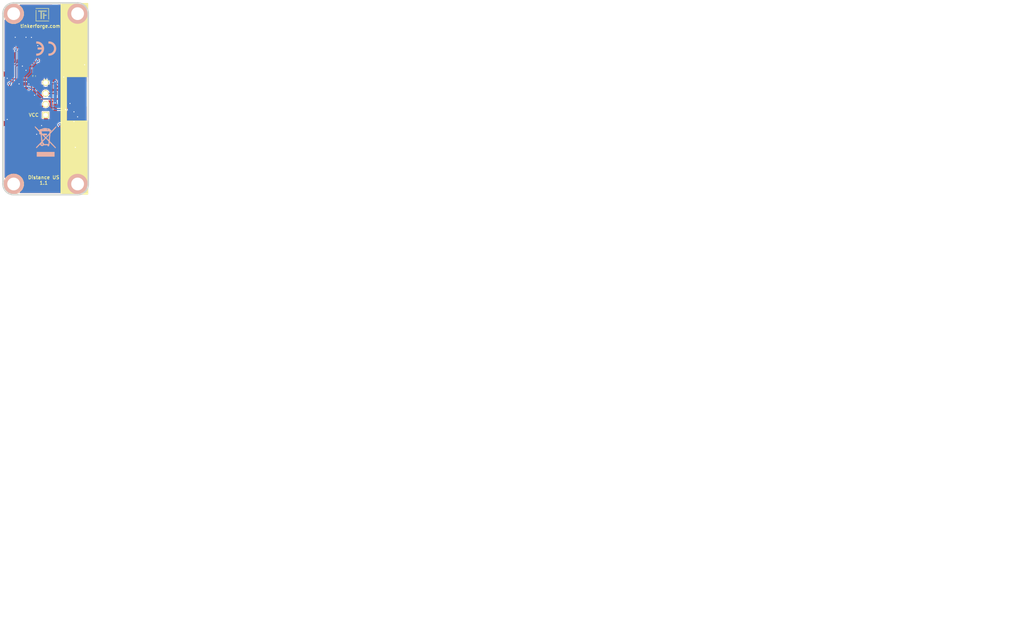
<source format=kicad_pcb>
(kicad_pcb (version 4) (host pcbnew 4.0.2+dfsg1-stable)
  (title_block (title "Distance US Bricklet") (date "Di 01 Sep 2015") (rev 1.1) (company "Tinkerforge GmbH") (comment 1 "Licensed under CERN OHL v.1.1") (comment 2 "Copyright (©) 2015, B.Nordmeyer <bastian@tinkerforge.com>"))
  (layers (0 Vorderseite mixed) (31 Rückseite signal) (34 B.Paste user) (35 F.Paste user) (36 B.SilkS user) (37 F.SilkS user) (38 B.Mask user) (39 F.Mask user) (44 Edge.Cuts user))
  (net 0 "")
  (net 1 +5V)
  (net 2 GND)
  (net 3 Trigger)
  (net 4 VAA)
  (net 5 VCC)
  (net 6 "Net-(C5-Pad2)")
  (net 7 "Net-(C6-Pad1)")
  (net 8 "Net-(D1-Pad1)")
  (net 9 "Net-(D1-Pad2)")
  (net 10 "Net-(P1-Pad4)")
  (net 11 "Net-(P1-Pad5)")
  (net 12 "Net-(P1-Pad6)")
  (net 13 "Net-(P1-Pad8)")
  (net 14 "Net-(P1-Pad9)")
  (net 15 "Net-(P2-Pad3)")
  (net 16 "Net-(R2-Pad1)")
  (net 17 "Net-(R4-Pad2)")
  (net 18 "Net-(P1-Pad10)")
  (net 19 "Net-(RP1-Pad2)")
  (net 20 "Net-(RP1-Pad7)")
  (net 21 "Net-(U1-Pad7)")
  (module kicad-libraries:C0603 (layer Vorderseite) (at 50.3 43 270)
    (fp_text reference C5)
    (fp_text value 100nF)
    (pad 1 smd rect (at -0.8001 0 270) (size 0.8001 0.8001) (layers Vorderseite F.Paste F.Mask) (net 2 GND))
    (pad 2 smd rect (at 0.8001 0 270) (size 0.8001 0.8001) (layers Vorderseite F.Paste F.Mask) (net 6 "Net-(C5-Pad2)"))
  )
  (module kicad-libraries:SOD-123 (layer Vorderseite) (at 61.425 46.975 270)
    (fp_text reference D1)
    (fp_text value BAS16H)
    (pad 1 smd rect (at -1.84912 0 270) (size 1.19888 0.70104) (layers Vorderseite F.Paste F.Mask) (net 8 "Net-(D1-Pad1)") (clearance 0.14986))
    (pad 2 smd rect (at 1.84912 0 270) (size 1.19888 0.70104) (layers Vorderseite F.Paste F.Mask) (net 9 "Net-(D1-Pad2)") (clearance 0.14986))
  )
  (module kicad-libraries:0603 (layer Vorderseite) (at 50.3 37 90)
    (fp_text reference L1 (at 0.05 0.225 90) (layer F.SilkS) (effects (font (size 0.2 0.2) (thickness 0.05))))
    (fp_text value FB (at 0.05 -0.375 90) (layer F.SilkS) (effects (font (size 0.2 0.2) (thickness 0.05))))
    (pad 1 smd rect (at -0.8001 0 90) (size 0.8001 0.8001) (layers Vorderseite F.Paste F.Mask) (net 1 +5V))
    (pad 2 smd rect (at 0.8001 0 90) (size 0.8001 0.8001) (layers Vorderseite F.Paste F.Mask) (net 4 VAA))
  )
  (module kicad-libraries:CON-SENSOR (layer Vorderseite) (at 43 42.3 270)
    (fp_text reference P1)
    (fp_text value CON-SENSOR)
    (pad 1 smd rect (at -4.50088 -4.7752 270) (size 0.59944 1.5494) (layers Vorderseite F.Paste F.Mask) (net 1 +5V))
    (pad 2 smd rect (at -3.50012 -4.7752 270) (size 0.59944 1.5494) (layers Vorderseite F.Paste F.Mask) (net 2 GND))
    (pad 3 smd rect (at -2.49936 -4.7752 270) (size 0.59944 1.5494) (layers Vorderseite F.Paste F.Mask) (net 5 VCC))
    (pad 4 smd rect (at -1.50114 -4.7752 270) (size 0.59944 1.5494) (layers Vorderseite F.Paste F.Mask) (net 10 "Net-(P1-Pad4)"))
    (pad 5 smd rect (at -0.50038 -4.7752 270) (size 0.59944 1.5494) (layers Vorderseite F.Paste F.Mask) (net 11 "Net-(P1-Pad5)"))
    (pad 6 smd rect (at 0.50038 -4.7752 270) (size 0.59944 1.5494) (layers Vorderseite F.Paste F.Mask) (net 12 "Net-(P1-Pad6)"))
    (pad 7 smd rect (at 1.50114 -4.7752 270) (size 0.59944 1.5494) (layers Vorderseite F.Paste F.Mask) (net 6 "Net-(C5-Pad2)"))
    (pad 8 smd rect (at 2.49936 -4.7752 270) (size 0.59944 1.5494) (layers Vorderseite F.Paste F.Mask) (net 13 "Net-(P1-Pad8)"))
    (pad 9 smd rect (at 3.50012 -4.7752 270) (size 0.59944 1.5494) (layers Vorderseite F.Paste F.Mask) (net 14 "Net-(P1-Pad9)"))
    (pad 10 smd rect (at 4.50088 -4.7752 270) (size 0.59944 1.5494) (layers Vorderseite F.Paste F.Mask) (net 18 "Net-(P1-Pad10)"))
    (pad EP smd rect (at -5.79882 -0.89916 270) (size 1.19888 1.80086) (layers Vorderseite F.Paste F.Mask) (net 2 GND))
    (pad EP smd rect (at 5.79882 -0.89916 270) (size 1.19888 1.80086) (layers Vorderseite F.Paste F.Mask) (net 2 GND))
  )
  (module kicad-libraries:SOT23GDS (layer Vorderseite) (at 49.1 49.6 180)
    (fp_text reference Q1)
    (fp_text value 2N7002P)
    (pad S smd rect (at -0.889 -1.016 180) (size 0.9144 0.9144) (layers Vorderseite F.Paste F.Mask) (net 2 GND))
    (pad G smd rect (at 0.889 -1.016 180) (size 0.9144 0.9144) (layers Vorderseite F.Paste F.Mask) (net 14 "Net-(P1-Pad9)"))
    (pad D smd rect (at 0 1.016 180) (size 0.9144 0.9144) (layers Vorderseite F.Paste F.Mask) (net 3 Trigger))
  )
  (module kicad-libraries:SOT23GDS (layer Vorderseite) (at 58.175 52.675 180)
    (fp_text reference Q2)
    (fp_text value 2N7002P)
    (pad S smd rect (at -0.889 -1.016 180) (size 0.9144 0.9144) (layers Vorderseite F.Paste F.Mask) (net 2 GND))
    (pad G smd rect (at 0.889 -1.016 180) (size 0.9144 0.9144) (layers Vorderseite F.Paste F.Mask) (net 13 "Net-(P1-Pad8)"))
    (pad D smd rect (at 0 1.016 180) (size 0.9144 0.9144) (layers Vorderseite F.Paste F.Mask) (net 7 "Net-(C6-Pad1)"))
  )
  (module kicad-libraries:0603X4 (layer Vorderseite) (at 53.475 51.9 180)
    (fp_text reference RP1)
    (fp_text value 10k)
    (pad 1 smd rect (at 1.19888 -0.8509 180) (size 0.44958 0.89916) (layers Vorderseite F.Paste F.Mask) (net 3 Trigger))
    (pad 2 smd rect (at 0.39878 -0.8509 180) (size 0.44958 0.89916) (layers Vorderseite F.Paste F.Mask) (net 19 "Net-(RP1-Pad2)"))
    (pad 3 smd rect (at -0.39878 -0.8509 180) (size 0.44958 0.89916) (layers Vorderseite F.Paste F.Mask) (net 14 "Net-(P1-Pad9)"))
    (pad 4 smd rect (at -1.19888 -0.8509 180) (size 0.44958 0.89916) (layers Vorderseite F.Paste F.Mask) (net 13 "Net-(P1-Pad8)"))
    (pad 5 smd rect (at -1.19888 0.8509 180) (size 0.44958 0.89916) (layers Vorderseite F.Paste F.Mask) (net 5 VCC))
    (pad 6 smd rect (at -0.39878 0.8509 180) (size 0.44958 0.89916) (layers Vorderseite F.Paste F.Mask) (net 5 VCC))
    (pad 7 smd rect (at 0.39878 0.8509 180) (size 0.44958 0.89916) (layers Vorderseite F.Paste F.Mask) (net 20 "Net-(RP1-Pad7)"))
    (pad 8 smd rect (at 1.19888 0.8509 180) (size 0.44958 0.89916) (layers Vorderseite F.Paste F.Mask) (net 4 VAA))
  )
  (module kicad-libraries:SOIC8 (layer Vorderseite) (at 47.675 29.425 180)
    (fp_text reference U1)
    (fp_text value M24C64)
    (pad 1 smd rect (at -1.90246 2.69748) (size 0.59944 1.5494) (layers Vorderseite F.Paste F.Mask) (net 2 GND))
    (pad 2 smd rect (at -0.63246 2.69748) (size 0.59944 1.5494) (layers Vorderseite F.Paste F.Mask) (net 2 GND))
    (pad 3 smd rect (at 0.63246 2.69748) (size 0.59944 1.5494) (layers Vorderseite F.Paste F.Mask) (net 12 "Net-(P1-Pad6)"))
    (pad 4 smd rect (at 1.90246 2.69748) (size 0.59944 1.5494) (layers Vorderseite F.Paste F.Mask) (net 2 GND))
    (pad 5 smd rect (at 1.90246 -2.69748 180) (size 0.59944 1.5494) (layers Vorderseite F.Paste F.Mask) (net 11 "Net-(P1-Pad5)"))
    (pad 6 smd rect (at 0.63246 -2.69748 180) (size 0.59944 1.5494) (layers Vorderseite F.Paste F.Mask) (net 10 "Net-(P1-Pad4)"))
    (pad 7 smd rect (at -0.63246 -2.69748 180) (size 0.59944 1.5494) (layers Vorderseite F.Paste F.Mask) (net 21 "Net-(U1-Pad7)"))
    (pad 8 smd rect (at -1.90246 -2.69748 180) (size 0.59944 1.5494) (layers Vorderseite F.Paste F.Mask) (net 5 VCC))
  )
  (module kicad-libraries:SOIC8 (layer Vorderseite) (at 59.05 38.825 180)
    (fp_text reference U2)
    (fp_text value LMV358LI)
    (pad 1 smd rect (at -1.90246 2.69748) (size 0.59944 1.5494) (layers Vorderseite F.Paste F.Mask) (net 8 "Net-(D1-Pad1)"))
    (pad 2 smd rect (at -0.63246 2.69748) (size 0.59944 1.5494) (layers Vorderseite F.Paste F.Mask) (net 16 "Net-(R2-Pad1)"))
    (pad 3 smd rect (at 0.63246 2.69748) (size 0.59944 1.5494) (layers Vorderseite F.Paste F.Mask) (net 17 "Net-(R4-Pad2)"))
    (pad 4 smd rect (at 1.90246 2.69748) (size 0.59944 1.5494) (layers Vorderseite F.Paste F.Mask) (net 2 GND))
    (pad 5 smd rect (at 1.90246 -2.69748 180) (size 0.59944 1.5494) (layers Vorderseite F.Paste F.Mask) (net 7 "Net-(C6-Pad1)"))
    (pad 6 smd rect (at 0.63246 -2.69748 180) (size 0.59944 1.5494) (layers Vorderseite F.Paste F.Mask) (net 6 "Net-(C5-Pad2)"))
    (pad 7 smd rect (at -0.63246 -2.69748 180) (size 0.59944 1.5494) (layers Vorderseite F.Paste F.Mask) (net 6 "Net-(C5-Pad2)"))
    (pad 8 smd rect (at -1.90246 -2.69748 180) (size 0.59944 1.5494) (layers Vorderseite F.Paste F.Mask) (net 5 VCC))
  )
  (module kicad-libraries:DRILL_NP (layer Vorderseite) (at 60.4 22.3)
    (fp_text reference U3 hide)
    (fp_text value DRILL hide)
    (pad "" np_thru_hole circle (at 0 0) (size 2.99974 2.99974) (drill 2.99974) (layers *.Cu *.Mask F.SilkS) (clearance 0.89916))
  )
  (module kicad-libraries:DRILL_NP (layer Vorderseite) (at 45.4 62.3)
    (fp_text reference U4 hide)
    (fp_text value DRILL hide)
    (pad "" np_thru_hole circle (at 0 0) (size 2.99974 2.99974) (drill 2.99974) (layers *.Cu *.Mask F.SilkS) (clearance 0.89916))
  )
  (module kicad-libraries:DRILL_NP (layer Vorderseite) (at 60.4 62.3)
    (fp_text reference U5 hide)
    (fp_text value DRILL hide)
    (pad "" np_thru_hole circle (at 0 0) (size 2.99974 2.99974) (drill 2.99974) (layers *.Cu *.Mask F.SilkS) (clearance 0.89916))
  )
  (module kicad-libraries:DRILL_NP (layer Vorderseite) (at 45.4 22.3)
    (fp_text reference U6 hide)
    (fp_text value DRILL hide)
    (pad "" np_thru_hole circle (at 0 0) (size 2.99974 2.99974) (drill 2.99974) (layers *.Cu *.Mask F.SilkS) (clearance 0.89916))
  )
  (module kicad-libraries:Logo_31x31 (layer Vorderseite) (at 50.55 20.975)
    (fp_text reference G*** hide)
    (fp_text value Logo_31x31 hide)
  )
  (module kicad-libraries:Fiducial_Mark (layer Vorderseite) (at 45.4 57.3)
    (fp_text reference Fiducial_Mark hide)
    (fp_text value VAL** hide)
    (pad 1 smd circle (at 0 0) (size 1.00076 1.00076) (layers Vorderseite F.Paste F.Mask) (clearance 0.65024))
  )
  (module kicad-libraries:Fiducial_Mark (layer Vorderseite) (at 55.1 21.3)
    (fp_text reference Fiducial_Mark hide)
    (fp_text value VAL** hide)
    (pad 1 smd circle (at 0 0) (size 1.00076 1.00076) (layers Vorderseite F.Paste F.Mask) (clearance 0.65024))
  )
  (module kicad-libraries:CE_5mm (layer Rückseite) (at 53 30.5 180)
    (fp_text reference VAL hide)
    (fp_text value CE_5mm hide)
  )
  (module kicad-libraries:WEEE_7mm (layer Rückseite) (at 52.9 52.3 180)
    (fp_text reference VAL hide)
    (fp_text value WEEE_7mm_back hide)
  )
  (module kicad-libraries:C0603 (layer Vorderseite) (at 50.3 39.9 90)
    (fp_text reference C1)
    (fp_text value 100nF)
    (pad 1 smd rect (at -0.8001 0 90) (size 0.8001 0.8001) (layers Vorderseite F.Paste F.Mask) (net 2 GND))
    (pad 2 smd rect (at 0.8001 0 90) (size 0.8001 0.8001) (layers Vorderseite F.Paste F.Mask) (net 1 +5V))
  )
  (module kicad-libraries:C0805 (layer Vorderseite) (at 49.3 34.625 180)
    (fp_text reference C2)
    (fp_text value "2.2uF 10V")
    (pad 1 smd rect (at -1.00076 0 180) (size 1.00076 1.24968) (layers Vorderseite F.Paste F.Mask) (net 4 VAA) (clearance 0.14986))
    (pad 2 smd rect (at 1.00076 0 180) (size 1.00076 1.24968) (layers Vorderseite F.Paste F.Mask) (net 2 GND) (clearance 0.14986))
  )
  (module kicad-libraries:C0603 (layer Vorderseite) (at 51.05 31.35 90)
    (fp_text reference C3)
    (fp_text value 100nF)
    (pad 1 smd rect (at -0.8001 0 90) (size 0.8001 0.8001) (layers Vorderseite F.Paste F.Mask) (net 5 VCC))
    (pad 2 smd rect (at 0.8001 0 90) (size 0.8001 0.8001) (layers Vorderseite F.Paste F.Mask) (net 2 GND))
  )
  (module kicad-libraries:C0603 (layer Vorderseite) (at 53.5 48.575)
    (fp_text reference C7)
    (fp_text value 100nF)
    (pad 1 smd rect (at -0.8001 0) (size 0.8001 0.8001) (layers Vorderseite F.Paste F.Mask) (net 2 GND))
    (pad 2 smd rect (at 0.8001 0) (size 0.8001 0.8001) (layers Vorderseite F.Paste F.Mask) (net 4 VAA))
  )
  (module kicad-libraries:R0603 (layer Vorderseite) (at 58.775 48.825)
    (fp_text reference R1)
    (fp_text value 160k)
    (pad 1 smd rect (at -0.8001 0) (size 0.8001 0.8001) (layers Vorderseite F.Paste F.Mask) (net 7 "Net-(C6-Pad1)"))
    (pad 2 smd rect (at 0.8001 0) (size 0.8001 0.8001) (layers Vorderseite F.Paste F.Mask) (net 9 "Net-(D1-Pad2)"))
  )
  (module kicad-libraries:R0603 (layer Vorderseite) (at 57.55 34.3 180)
    (fp_text reference R2)
    (fp_text value 10k)
    (pad 1 smd rect (at -0.8001 0 180) (size 0.8001 0.8001) (layers Vorderseite F.Paste F.Mask) (net 16 "Net-(R2-Pad1)"))
    (pad 2 smd rect (at 0.8001 0 180) (size 0.8001 0.8001) (layers Vorderseite F.Paste F.Mask) (net 4 VAA))
  )
  (module kicad-libraries:R0603 (layer Vorderseite) (at 60.525 34.3 180)
    (fp_text reference R3)
    (fp_text value 10k)
    (pad 1 smd rect (at -0.8001 0 180) (size 0.8001 0.8001) (layers Vorderseite F.Paste F.Mask) (net 2 GND))
    (pad 2 smd rect (at 0.8001 0 180) (size 0.8001 0.8001) (layers Vorderseite F.Paste F.Mask) (net 16 "Net-(R2-Pad1)"))
  )
  (module kicad-libraries:R0603 (layer Vorderseite) (at 55.225 40.225 90)
    (fp_text reference R4)
    (fp_text value 10k)
    (pad 1 smd rect (at -0.8001 0 90) (size 0.8001 0.8001) (layers Vorderseite F.Paste F.Mask) (net 15 "Net-(P2-Pad3)"))
    (pad 2 smd rect (at 0.8001 0 90) (size 0.8001 0.8001) (layers Vorderseite F.Paste F.Mask) (net 17 "Net-(R4-Pad2)"))
  )
  (module kicad-libraries:C0603 (layer Vorderseite) (at 60.125 43.4)
    (fp_text reference C4)
    (fp_text value 100nF)
    (pad 1 smd rect (at -0.8001 0) (size 0.8001 0.8001) (layers Vorderseite F.Paste F.Mask) (net 2 GND))
    (pad 2 smd rect (at 0.8001 0) (size 0.8001 0.8001) (layers Vorderseite F.Paste F.Mask) (net 5 VCC))
  )
  (module kicad-libraries:C1206 (layer Vorderseite) (at 58.05 46.5)
    (fp_text reference C6)
    (fp_text value "0,1µF NP0")
    (pad 1 smd rect (at -1.50114 0) (size 1.00076 1.6002) (layers Vorderseite F.Paste F.Mask) (net 7 "Net-(C6-Pad1)"))
    (pad 2 smd rect (at 1.50114 0) (size 1.00076 1.6002) (layers Vorderseite F.Paste F.Mask) (net 2 GND))
  )
  (module kicad-libraries:pin_array_4x1 (layer Vorderseite) (at 52.9 42.3 90)
    (fp_text reference P2)
    (fp_text value CONN_4 hide)
    (pad 1 thru_hole rect (at -3.81 0 90) (size 1.524 1.524) (drill 1.016) (layers *.Cu *.Mask F.SilkS) (net 4 VAA))
    (pad 2 thru_hole circle (at -1.27 0 90) (size 1.524 1.524) (drill 1.016) (layers *.Cu *.Mask F.SilkS) (net 3 Trigger))
    (pad 3 thru_hole circle (at 1.27 0 90) (size 1.524 1.524) (drill 1.016) (layers *.Cu *.Mask F.SilkS) (net 15 "Net-(P2-Pad3)"))
    (pad 4 thru_hole circle (at 3.81 0 90) (size 1.524 1.524) (drill 1.016) (layers *.Cu *.Mask F.SilkS) (net 2 GND))
  )
  (module kicad-libraries:distanceUS_overlay (layer Vorderseite) (at 52.9 42.3 90)
    (fp_text reference P2)
    (fp_text value CONN_4 hide)
  )
  (gr_line (start 62.9 22.3) (end 62.9 62.3) (angle 90) (layer Edge.Cuts) (width 0.381))
  (gr_line (start 60.4 19.8) (end 45.4 19.8) (angle 90) (layer Edge.Cuts) (width 0.381))
  (gr_arc (start 60.4 22.3) (end 60.4 19.8) (angle 90) (layer Edge.Cuts) (width 0.381))
  (gr_text VCC (at 50.1 46.1) (layer F.SilkS) (effects (font (size 0.8 0.8))))
  (gr_line (start 42.9 62.3) (end 42.9 22.3) (angle 90) (layer Edge.Cuts) (width 0.381))
  (gr_line (start 60.4 64.8) (end 45.4 64.8) (angle 90) (layer Edge.Cuts) (width 0.381))
  (gr_arc (start 60.4 62.3) (end 62.9 62.3) (angle 90) (layer Edge.Cuts) (width 0.381))
  (gr_arc (start 45.4 22.3) (end 42.9 22.3) (angle 90) (layer Edge.Cuts) (width 0.381))
  (gr_arc (start 45.4 62.3) (end 45.4 64.8) (angle 90) (layer Edge.Cuts) (width 0.381))
  (gr_text "Distance US\n1.1" (at 52.45 61.4) (layer F.SilkS) (effects (font (size 0.8 0.8))))
  (gr_text tinkerforge.com (at 51.65 25.225) (layer F.SilkS) (effects (font (size 0.8 0.8))))
  (segment (start 50.29902 37.79912) (end 50.3 37.8001) (width 0.8001) (layer Vorderseite) (net 1))
  (segment (start 47.7752 37.79912) (end 50.29902 37.79912) (width 0.59944) (layer Vorderseite) (net 1))
  (segment (start 50.3 39.0999) (end 50.3 37.8001) (width 0.8001) (layer Vorderseite) (net 1))
  (segment (start 46.675 38.8) (end 46.675 37.225) (width 0.29972) (layer Rückseite) (net 2))
  (segment (start 48.29924 35.59924) (end 48.3 35.6) (width 0.8001) (layer Vorderseite) (net 2))
  (via (at 48.3 35.6) (size 0.70104) (layers Vorderseite Rückseite) (net 2))
  (segment (start 48.29924 35.59924) (end 48.29924 34.625) (width 0.8001) (layer Vorderseite) (net 2))
  (segment (start 46.675 37.225) (end 48.3 35.6) (width 0.29972) (layer Rückseite) (net 2))
  (segment (start 48.29924 34.625) (end 47.45 34.625) (width 0.8001) (layer Vorderseite) (net 2))
  (via (at 47.45 34.625) (size 0.70104) (layers Vorderseite Rückseite) (net 2))
  (segment (start 60.375 46.5) (end 60.4 46.525) (width 0.8001) (layer Vorderseite) (net 2))
  (via (at 60.4 46.525) (size 0.70104) (layers Vorderseite Rückseite) (net 2))
  (segment (start 59.55114 46.5) (end 60.375 46.5) (width 0.8001) (layer Vorderseite) (net 2))
  (segment (start 50.3 41.45) (end 50.3 40.7001) (width 0.8001) (layer Vorderseite) (net 2))
  (segment (start 50.3 42.1999) (end 50.3 41.45) (width 0.8001) (layer Vorderseite) (net 2))
  (segment (start 48.94988 38.79988) (end 48.95 38.8) (width 0.8001) (layer Vorderseite) (net 2))
  (via (at 48.95 38.8) (size 0.70104) (layers Vorderseite Rückseite) (net 2))
  (segment (start 47.7752 38.79988) (end 48.94988 38.79988) (width 0.8001) (layer Vorderseite) (net 2))
  (segment (start 59.55 53.375) (end 59.875 53.7) (width 0.29972) (layer Rückseite) (net 2))
  (segment (start 59.866 53.691) (end 59.064 53.691) (width 0.8001) (layer Vorderseite) (net 2))
  (via (at 59.875 53.7) (size 0.70104) (layers Vorderseite Rückseite) (net 2))
  (segment (start 59.866 53.691) (end 59.875 53.7) (width 0.8001) (layer Vorderseite) (net 2))
  (segment (start 59.55114 46.5) (end 59.55114 47.64886) (width 0.8001) (layer Vorderseite) (net 2))
  (via (at 59.55 47.65) (size 0.70104) (layers Vorderseite Rückseite) (net 2))
  (segment (start 59.55114 47.64886) (end 59.55 47.65) (width 0.8001) (layer Vorderseite) (net 2))
  (segment (start 59.55 47.65) (end 59.55 53.375) (width 0.29972) (layer Rückseite) (net 2))
  (segment (start 53.875 53.7) (end 50.8 50.625) (width 0.29972) (layer Rückseite) (net 2))
  (segment (start 50.791 50.616) (end 49.989 50.616) (width 0.8001) (layer Vorderseite) (net 2))
  (via (at 50.8 50.625) (size 0.70104) (layers Vorderseite Rückseite) (net 2))
  (segment (start 50.791 50.616) (end 50.8 50.625) (width 0.8001) (layer Vorderseite) (net 2))
  (segment (start 59.875 53.7) (end 53.875 53.7) (width 0.29972) (layer Rückseite) (net 2))
  (segment (start 50.8 49.725) (end 51.95 48.575) (width 0.29972) (layer Rückseite) (net 2))
  (segment (start 51.95 48.575) (end 52.6999 48.575) (width 0.8001) (layer Vorderseite) (net 2))
  (via (at 51.95 48.575) (size 0.70104) (layers Vorderseite Rückseite) (net 2))
  (segment (start 50.8 50.625) (end 50.8 49.725) (width 0.29972) (layer Rückseite) (net 2))
  (segment (start 45.325 48.575) (end 43.9 47.15) (width 0.29972) (layer Rückseite) (net 2))
  (via (at 43.9 47.15) (size 0.70104) (layers Vorderseite Rückseite) (net 2))
  (segment (start 43.9 47.15) (end 43.89916 47.15084) (width 0.29972) (layer Vorderseite) (net 2))
  (segment (start 43.89916 47.15084) (end 43.89916 48.09882) (width 0.29972) (layer Vorderseite) (net 2))
  (segment (start 51.95 48.575) (end 45.325 48.575) (width 0.29972) (layer Rückseite) (net 2))
  (segment (start 43.89916 37.47416) (end 43.89916 36.50118) (width 0.29972) (layer Vorderseite) (net 2))
  (segment (start 43.9 37.475) (end 43.89916 37.47416) (width 0.29972) (layer Vorderseite) (net 2))
  (via (at 43.9 37.475) (size 0.70104) (layers Vorderseite Rückseite) (net 2))
  (segment (start 43.725 37.65) (end 43.9 37.475) (width 0.29972) (layer Rückseite) (net 2))
  (segment (start 43.725 39.525) (end 43.725 37.65) (width 0.29972) (layer Rückseite) (net 2))
  (segment (start 43.9 39.7) (end 43.725 39.525) (width 0.29972) (layer Rückseite) (net 2))
  (segment (start 43.9 39.725) (end 43.9 39.7) (width 0.29972) (layer Rückseite) (net 2))
  (segment (start 43.9 47.15) (end 43.9 39.725) (width 0.29972) (layer Rückseite) (net 2))
  (via (at 46.675 38.8) (size 0.70104) (layers Vorderseite Rückseite) (net 2))
  (segment (start 47.7752 38.79988) (end 46.67512 38.79988) (width 0.8001) (layer Vorderseite) (net 2))
  (segment (start 46.67512 38.79988) (end 46.675 38.8) (width 0.8001) (layer Vorderseite) (net 2))
  (segment (start 45.05 39.725) (end 43.9 39.725) (width 0.29972) (layer Rückseite) (net 2))
  (segment (start 45.975 38.8) (end 45.05 39.725) (width 0.29972) (layer Rückseite) (net 2))
  (segment (start 46.675 38.8) (end 45.975 38.8) (width 0.29972) (layer Rückseite) (net 2))
  (segment (start 43.9 35.825) (end 44.775 34.95) (width 0.29972) (layer Rückseite) (net 2))
  (segment (start 44.775 34.95) (end 44.775 28.85) (width 0.29972) (layer Rückseite) (net 2))
  (segment (start 44.775 28.85) (end 45.775 27.85) (width 0.29972) (layer Rückseite) (net 2))
  (segment (start 45.77254 27.84754) (end 45.77254 26.72752) (width 0.29972) (layer Vorderseite) (net 2))
  (via (at 45.775 27.85) (size 0.70104) (layers Vorderseite Rückseite) (net 2))
  (segment (start 45.77254 27.84754) (end 45.775 27.85) (width 0.29972) (layer Vorderseite) (net 2))
  (segment (start 43.9 37.475) (end 43.9 35.825) (width 0.29972) (layer Rückseite) (net 2))
  (segment (start 48.30746 27.84254) (end 48.30746 26.72752) (width 0.29972) (layer Vorderseite) (net 2))
  (via (at 48.3 27.85) (size 0.70104) (layers Vorderseite Rückseite) (net 2))
  (segment (start 48.30746 27.84254) (end 48.3 27.85) (width 0.29972) (layer Vorderseite) (net 2))
  (segment (start 45.775 27.85) (end 48.3 27.85) (width 0.29972) (layer Rückseite) (net 2))
  (segment (start 49.55 27.85) (end 49.575 27.875) (width 0.29972) (layer Rückseite) (net 2))
  (segment (start 49.57746 27.87254) (end 49.57746 26.72752) (width 0.29972) (layer Vorderseite) (net 2))
  (via (at 49.575 27.875) (size 0.70104) (layers Vorderseite Rückseite) (net 2))
  (segment (start 49.57746 27.87254) (end 49.575 27.875) (width 0.29972) (layer Vorderseite) (net 2))
  (segment (start 48.3 27.85) (end 49.55 27.85) (width 0.29972) (layer Rückseite) (net 2))
  (segment (start 49.575 28.325) (end 51.05 29.8) (width 0.29972) (layer Rückseite) (net 2))
  (segment (start 51.05 29.8) (end 51.05 30.5499) (width 0.29972) (layer Vorderseite) (net 2))
  (via (at 51.05 29.8) (size 0.70104) (layers Vorderseite Rückseite) (net 2))
  (segment (start 49.575 27.875) (end 49.575 28.325) (width 0.29972) (layer Rückseite) (net 2))
  (segment (start 53 29.8) (end 57.5 34.3) (width 0.29972) (layer Rückseite) (net 2))
  (segment (start 57.525 34.3) (end 62.05 34.3) (width 0.29972) (layer Rückseite) (net 2))
  (segment (start 57.5 34.3) (end 57.525 34.3) (width 0.29972) (layer Rückseite) (net 2))
  (segment (start 62.05 34.3) (end 61.3251 34.3) (width 0.59944) (layer Vorderseite) (net 2))
  (via (at 62.05 34.3) (size 0.70104) (layers Vorderseite Rückseite) (net 2))
  (segment (start 51.05 29.8) (end 53 29.8) (width 0.29972) (layer Rückseite) (net 2))
  (segment (start 57.15 34.675) (end 57.525 34.3) (width 0.29972) (layer Rückseite) (net 2))
  (segment (start 57.14754 36.12752) (end 57.14754 37.19754) (width 0.59944) (layer Vorderseite) (net 2))
  (via (at 57.15 37.2) (size 0.70104) (layers Vorderseite Rückseite) (net 2))
  (segment (start 57.14754 37.19754) (end 57.15 37.2) (width 0.59944) (layer Vorderseite) (net 2))
  (segment (start 57.15 37.2) (end 57.15 34.675) (width 0.29972) (layer Rückseite) (net 2))
  (segment (start 58.625 43.4) (end 59.3249 43.4) (width 0.59944) (layer Vorderseite) (net 2))
  (via (at 58.625 43.4) (size 0.70104) (layers Vorderseite Rückseite) (net 2))
  (segment (start 57.15 41.925) (end 58.625 43.4) (width 0.29972) (layer Rückseite) (net 2))
  (segment (start 57.15 37.2) (end 57.15 41.925) (width 0.29972) (layer Rückseite) (net 2))
  (segment (start 59.55 44.325) (end 58.625 43.4) (width 0.29972) (layer Rückseite) (net 2))
  (segment (start 59.55114 46.5) (end 59.55114 45.35114) (width 0.8001) (layer Vorderseite) (net 2))
  (via (at 59.55 45.35) (size 0.70104) (layers Vorderseite Rückseite) (net 2))
  (segment (start 59.55114 45.35114) (end 59.55 45.35) (width 0.8001) (layer Vorderseite) (net 2))
  (segment (start 59.55 45.35) (end 59.55 44.325) (width 0.29972) (layer Rückseite) (net 2))
  (segment (start 52.9 36.825) (end 53.775 35.95) (width 0.29972) (layer Rückseite) (net 2))
  (segment (start 53.775 35.95) (end 55.9 35.95) (width 0.29972) (layer Rückseite) (net 2))
  (segment (start 55.9 35.95) (end 57.15 37.2) (width 0.29972) (layer Rückseite) (net 2))
  (segment (start 52.9 38.49) (end 52.9 36.825) (width 0.29972) (layer Rückseite) (net 2))
  (segment (start 48.325 41.45) (end 46.675 39.8) (width 0.29972) (layer Rückseite) (net 2))
  (segment (start 46.675 39.8) (end 46.675 38.8) (width 0.29972) (layer Rückseite) (net 2))
  (via (at 50.3 41.45) (size 0.70104) (layers Vorderseite Rückseite) (net 2))
  (segment (start 50.3 41.45) (end 48.325 41.45) (width 0.29972) (layer Rückseite) (net 2))
  (segment (start 49.1 47.125) (end 49.1 48.584) (width 0.29972) (layer Vorderseite) (net 3))
  (segment (start 52.655 43.57) (end 49.1 47.125) (width 0.29972) (layer Vorderseite) (net 3))
  (segment (start 52.9 43.57) (end 52.655 43.57) (width 0.29972) (layer Vorderseite) (net 3))
  (segment (start 49.075 48.609) (end 49.1 48.584) (width 0.29972) (layer Vorderseite) (net 3))
  (segment (start 50.2259 52.7509) (end 49.1 51.625) (width 0.29972) (layer Vorderseite) (net 3))
  (segment (start 49.1 51.625) (end 49.1 48.584) (width 0.29972) (layer Vorderseite) (net 3))
  (segment (start 52.27612 52.7509) (end 50.2259 52.7509) (width 0.29972) (layer Vorderseite) (net 3))
  (segment (start 51.5 34.625) (end 50.30076 34.625) (width 0.8001) (layer Vorderseite) (net 4))
  (segment (start 50.3 36.1999) (end 50.3 34.62576) (width 0.8001) (layer Vorderseite) (net 4))
  (segment (start 50.3 34.62576) (end 50.30076 34.625) (width 0.8001) (layer Vorderseite) (net 4))
  (segment (start 52.6999 46.3101) (end 52.9 46.11) (width 0.8001) (layer Vorderseite) (net 4))
  (segment (start 54.875 48.575) (end 55.15 48.3) (width 0.8001) (layer Vorderseite) (net 4))
  (segment (start 55.15 48.3) (end 55.15 43.25) (width 0.8001) (layer Vorderseite) (net 4))
  (via (at 55.15 43.25) (size 0.70104) (layers Vorderseite Rückseite) (net 4))
  (segment (start 55.15 43.25) (end 55.15 38.275) (width 0.8001) (layer Rückseite) (net 4))
  (via (at 55.15 38.275) (size 0.70104) (layers Vorderseite Rückseite) (net 4))
  (segment (start 55.15 38.275) (end 51.5 34.625) (width 0.8001) (layer Vorderseite) (net 4))
  (segment (start 51.5 34.625) (end 51.375 34.5) (width 0.8001) (layer Vorderseite) (net 4))
  (segment (start 54.3001 48.575) (end 54.875 48.575) (width 0.8001) (layer Vorderseite) (net 4))
  (segment (start 50.2999 36.2) (end 50.3 36.1999) (width 0.8001) (layer Vorderseite) (net 4))
  (segment (start 52.9 46.11) (end 52.9 46.65) (width 0.8001) (layer Vorderseite) (net 4))
  (segment (start 52.9 47.025) (end 52.9 46.11) (width 0.8001) (layer Vorderseite) (net 4))
  (segment (start 54.3001 48.4251) (end 52.9 47.025) (width 0.8001) (layer Vorderseite) (net 4))
  (segment (start 54.3001 48.575) (end 54.3001 48.4251) (width 0.8001) (layer Vorderseite) (net 4))
  (segment (start 51.575 34.3) (end 51.375 34.5) (width 0.59944) (layer Vorderseite) (net 4))
  (segment (start 56.7499 34.3) (end 51.575 34.3) (width 0.59944) (layer Vorderseite) (net 4))
  (segment (start 52.27612 50.22388) (end 52.7 49.8) (width 0.29972) (layer Vorderseite) (net 4))
  (segment (start 52.7 49.8) (end 53.85 49.8) (width 0.29972) (layer Vorderseite) (net 4))
  (segment (start 53.85 49.8) (end 54.3001 49.3499) (width 0.29972) (layer Vorderseite) (net 4))
  (segment (start 54.3001 49.3499) (end 54.3001 48.575) (width 0.29972) (layer Vorderseite) (net 4))
  (segment (start 52.27612 51.0491) (end 52.27612 50.22388) (width 0.29972) (layer Vorderseite) (net 4))
  (segment (start 60.9251 41.54984) (end 60.95246 41.52248) (width 0.29972) (layer Vorderseite) (net 5))
  (segment (start 60.9251 43.4) (end 60.9251 41.54984) (width 0.29972) (layer Vorderseite) (net 5))
  (segment (start 48.97436 39.80064) (end 48.975 39.8) (width 0.59944) (layer Vorderseite) (net 5))
  (via (at 48.975 39.8) (size 0.70104) (layers Vorderseite Rückseite) (net 5))
  (segment (start 48.97436 39.80064) (end 47.7752 39.80064) (width 0.59944) (layer Vorderseite) (net 5))
  (segment (start 52.275 42.3) (end 53.8 42.3) (width 0.29972) (layer Rückseite) (net 5))
  (segment (start 53.8 42.3) (end 54.25 42.75) (width 0.29972) (layer Rückseite) (net 5))
  (segment (start 54.25 42.75) (end 54.25 43.975) (width 0.29972) (layer Rückseite) (net 5))
  (segment (start 54.25 43.975) (end 55.075 44.8) (width 0.29972) (layer Rückseite) (net 5))
  (segment (start 55.075 44.8) (end 57.55 44.8) (width 0.29972) (layer Rückseite) (net 5))
  (segment (start 48.975 39.8) (end 49.775 39.8) (width 0.29972) (layer Rückseite) (net 5))
  (segment (start 49.775 39.8) (end 52.275 42.3) (width 0.29972) (layer Rückseite) (net 5))
  (via (at 57.55 44.8) (size 0.70104) (layers Vorderseite Rückseite) (net 5))
  (segment (start 57.9 44.45) (end 57.55 44.8) (width 0.29972) (layer Vorderseite) (net 5))
  (segment (start 60.375 44.45) (end 57.9 44.45) (width 0.29972) (layer Vorderseite) (net 5))
  (segment (start 60.9251 43.8999) (end 60.375 44.45) (width 0.29972) (layer Vorderseite) (net 5))
  (segment (start 60.9251 43.4) (end 60.9251 43.8999) (width 0.29972) (layer Vorderseite) (net 5))
  (segment (start 48.75 39.8) (end 48.125 39.175) (width 0.29972) (layer Rückseite) (net 5))
  (segment (start 48.125 39.175) (end 48.125 37.4) (width 0.29972) (layer Rückseite) (net 5))
  (segment (start 48.125 37.4) (end 49.4 36.125) (width 0.29972) (layer Rückseite) (net 5))
  (segment (start 49.4 36.125) (end 49.4 35) (width 0.29972) (layer Rückseite) (net 5))
  (segment (start 49.4 35) (end 51.05 33.35) (width 0.29972) (layer Rückseite) (net 5))
  (via (at 51.05 33.35) (size 0.70104) (layers Vorderseite Rückseite) (net 5))
  (segment (start 51.05 33.35) (end 51.05 32.1501) (width 0.29972) (layer Vorderseite) (net 5))
  (segment (start 48.975 39.8) (end 48.75 39.8) (width 0.29972) (layer Rückseite) (net 5))
  (segment (start 49.60508 32.1501) (end 49.57746 32.12248) (width 0.29972) (layer Vorderseite) (net 5))
  (segment (start 51.05 32.1501) (end 49.60508 32.1501) (width 0.29972) (layer Vorderseite) (net 5))
  (segment (start 53.87378 51.0491) (end 54.67388 51.0491) (width 0.29972) (layer Vorderseite) (net 5))
  (segment (start 55.3259 51.0491) (end 56.2 50.175) (width 0.29972) (layer Vorderseite) (net 5))
  (segment (start 56.2 50.175) (end 56.2 48.4) (width 0.29972) (layer Vorderseite) (net 5))
  (via (at 56.2 48.4) (size 0.70104) (layers Vorderseite Rückseite) (net 5))
  (segment (start 56.2 48.4) (end 57.55 47.05) (width 0.29972) (layer Rückseite) (net 5))
  (segment (start 57.55 47.05) (end 57.55 44.8) (width 0.29972) (layer Rückseite) (net 5))
  (segment (start 54.67388 51.0491) (end 55.3259 51.0491) (width 0.29972) (layer Vorderseite) (net 5))
  (segment (start 58.41754 41.52248) (end 59.68246 41.52248) (width 0.29972) (layer Vorderseite) (net 6))
  (segment (start 58.41754 40.59254) (end 57.925 40.1) (width 0.29972) (layer Vorderseite) (net 6))
  (segment (start 57.925 40.1) (end 56.9 40.1) (width 0.29972) (layer Vorderseite) (net 6))
  (segment (start 56.9 40.1) (end 56.325 40.675) (width 0.29972) (layer Vorderseite) (net 6))
  (segment (start 56.325 40.675) (end 56.325 41.725) (width 0.29972) (layer Vorderseite) (net 6))
  (segment (start 56.325 41.725) (end 55.7 42.35) (width 0.29972) (layer Vorderseite) (net 6))
  (segment (start 55.7 42.35) (end 52.125 42.35) (width 0.29972) (layer Vorderseite) (net 6))
  (segment (start 52.125 42.35) (end 50.6749 43.8001) (width 0.29972) (layer Vorderseite) (net 6))
  (segment (start 50.6749 43.8001) (end 50.25 43.8001) (width 0.29972) (layer Vorderseite) (net 6))
  (segment (start 58.41754 41.52248) (end 58.41754 40.59254) (width 0.29972) (layer Vorderseite) (net 6))
  (segment (start 47.77624 43.8001) (end 47.7752 43.80114) (width 0.29972) (layer Vorderseite) (net 6))
  (segment (start 50.25 43.8001) (end 47.77624 43.8001) (width 0.29972) (layer Vorderseite) (net 6))
  (segment (start 56.54886 47.67386) (end 56.54886 46.5) (width 0.29972) (layer Vorderseite) (net 7))
  (segment (start 57.7 48.825) (end 56.54886 47.67386) (width 0.29972) (layer Vorderseite) (net 7))
  (segment (start 57.9749 48.825) (end 57.7 48.825) (width 0.29972) (layer Vorderseite) (net 7))
  (segment (start 56.54886 44.50114) (end 57.14754 43.90246) (width 0.29972) (layer Vorderseite) (net 7))
  (segment (start 57.14754 43.90246) (end 57.14754 41.52248) (width 0.29972) (layer Vorderseite) (net 7))
  (segment (start 56.54886 46.5) (end 56.54886 44.50114) (width 0.29972) (layer Vorderseite) (net 7))
  (segment (start 57.9749 51.4589) (end 58.175 51.659) (width 0.29972) (layer Vorderseite) (net 7))
  (segment (start 57.9749 48.825) (end 57.9749 51.4589) (width 0.29972) (layer Vorderseite) (net 7))
  (segment (start 60.95246 37.42746) (end 62.15 38.625) (width 0.29972) (layer Vorderseite) (net 8))
  (segment (start 62.15 38.625) (end 62.15 43.775) (width 0.29972) (layer Vorderseite) (net 8))
  (segment (start 60.95246 36.12752) (end 60.95246 37.42746) (width 0.29972) (layer Vorderseite) (net 8))
  (segment (start 61.425 44.5) (end 62.15 43.775) (width 0.29972) (layer Vorderseite) (net 8))
  (segment (start 61.425 45.12588) (end 61.425 44.5) (width 0.29972) (layer Vorderseite) (net 8))
  (segment (start 59.57598 48.82412) (end 59.5751 48.825) (width 0.29972) (layer Vorderseite) (net 9))
  (segment (start 61.425 48.82412) (end 59.57598 48.82412) (width 0.29972) (layer Vorderseite) (net 9))
  (segment (start 46.32386 40.79886) (end 45.9 40.375) (width 0.29972) (layer Vorderseite) (net 10))
  (segment (start 45.9 40.375) (end 45.9 34.75) (width 0.29972) (layer Vorderseite) (net 10))
  (segment (start 45.9 34.75) (end 47.04254 33.60746) (width 0.29972) (layer Vorderseite) (net 10))
  (segment (start 47.04254 33.60746) (end 47.04254 32.12248) (width 0.29972) (layer Vorderseite) (net 10))
  (segment (start 47.7752 40.79886) (end 46.32386 40.79886) (width 0.29972) (layer Vorderseite) (net 10))
  (segment (start 45.77462 41.79962) (end 45.25 41.275) (width 0.29972) (layer Vorderseite) (net 11))
  (segment (start 45.25 41.275) (end 45.25 34.075) (width 0.29972) (layer Vorderseite) (net 11))
  (segment (start 45.25 34.075) (end 45.77254 33.55246) (width 0.29972) (layer Vorderseite) (net 11))
  (segment (start 45.77254 33.55246) (end 45.77254 32.12248) (width 0.29972) (layer Vorderseite) (net 11))
  (segment (start 47.7752 41.79962) (end 45.77462 41.79962) (width 0.29972) (layer Vorderseite) (net 11))
  (segment (start 45.70038 42.80038) (end 44.45 41.55) (width 0.29972) (layer Vorderseite) (net 12))
  (segment (start 44.45 41.55) (end 44.45 38.75) (width 0.29972) (layer Vorderseite) (net 12))
  (via (at 44.45 38.75) (size 0.70104) (layers Vorderseite Rückseite) (net 12))
  (segment (start 44.45 38.75) (end 45.925 37.275) (width 0.29972) (layer Rückseite) (net 12))
  (segment (start 45.925 37.275) (end 45.925 30.6) (width 0.29972) (layer Rückseite) (net 12))
  (via (at 45.925 30.6) (size 0.70104) (layers Vorderseite Rückseite) (net 12))
  (segment (start 45.925 30.6) (end 47.04254 29.48246) (width 0.29972) (layer Vorderseite) (net 12))
  (segment (start 47.04254 29.48246) (end 47.04254 26.72752) (width 0.29972) (layer Vorderseite) (net 12))
  (segment (start 47.7752 42.80038) (end 45.70038 42.80038) (width 0.29972) (layer Vorderseite) (net 12))
  (segment (start 56.216 53.691) (end 55.2759 52.7509) (width 0.29972) (layer Vorderseite) (net 13))
  (segment (start 55.2759 52.7509) (end 54.67388 52.7509) (width 0.29972) (layer Vorderseite) (net 13))
  (segment (start 57.286 53.691) (end 56.216 53.691) (width 0.29972) (layer Vorderseite) (net 13))
  (segment (start 54.67388 54.15112) (end 53.75 55.075) (width 0.29972) (layer Vorderseite) (net 13))
  (segment (start 53.75 55.075) (end 49.125 55.075) (width 0.29972) (layer Vorderseite) (net 13))
  (segment (start 49.125 55.075) (end 45.675 51.625) (width 0.29972) (layer Vorderseite) (net 13))
  (segment (start 45.675 51.625) (end 45.675 45.65) (width 0.29972) (layer Vorderseite) (net 13))
  (segment (start 45.675 45.65) (end 46.52564 44.79936) (width 0.29972) (layer Vorderseite) (net 13))
  (segment (start 46.52564 44.79936) (end 47.7752 44.79936) (width 0.29972) (layer Vorderseite) (net 13))
  (segment (start 54.67388 52.7509) (end 54.67388 54.15112) (width 0.29972) (layer Vorderseite) (net 13))
  (segment (start 46.97488 45.80012) (end 47.7752 45.80012) (width 0.29972) (layer Vorderseite) (net 14))
  (segment (start 46.425 46.35) (end 46.97488 45.80012) (width 0.29972) (layer Vorderseite) (net 14))
  (segment (start 46.425 48.9) (end 46.425 46.35) (width 0.29972) (layer Vorderseite) (net 14))
  (segment (start 48.141 50.616) (end 46.425 48.9) (width 0.29972) (layer Vorderseite) (net 14))
  (segment (start 48.211 50.616) (end 48.141 50.616) (width 0.29972) (layer Vorderseite) (net 14))
  (segment (start 53.87378 53.90122) (end 53.55 54.225) (width 0.29972) (layer Vorderseite) (net 14))
  (segment (start 53.55 54.225) (end 50.075 54.225) (width 0.29972) (layer Vorderseite) (net 14))
  (segment (start 50.075 54.225) (end 48.211 52.361) (width 0.29972) (layer Vorderseite) (net 14))
  (segment (start 48.211 52.361) (end 48.211 50.616) (width 0.29972) (layer Vorderseite) (net 14))
  (segment (start 53.87378 52.7509) (end 53.87378 53.90122) (width 0.29972) (layer Vorderseite) (net 14))
  (segment (start 55.2201 41.03) (end 55.225 41.0251) (width 0.29972) (layer Vorderseite) (net 15))
  (segment (start 52.9 41.03) (end 55.2201 41.03) (width 0.29972) (layer Vorderseite) (net 15))
  (segment (start 59.68246 34.34244) (end 59.7249 34.3) (width 0.59944) (layer Vorderseite) (net 16))
  (segment (start 59.68246 36.12752) (end 59.68246 34.34244) (width 0.59944) (layer Vorderseite) (net 16))
  (segment (start 59.7249 34.3) (end 58.3501 34.3) (width 0.59944) (layer Vorderseite) (net 16))
  (segment (start 56.6251 39.4249) (end 58.41754 37.63246) (width 0.29972) (layer Vorderseite) (net 17))
  (segment (start 58.41754 37.63246) (end 58.41754 36.12752) (width 0.29972) (layer Vorderseite) (net 17))
  (segment (start 55.225 39.4249) (end 56.6251 39.4249) (width 0.29972) (layer Vorderseite) (net 17))
  (zone (net 2) (net_name GND) (layer Vorderseite) (connect_pads (clearance 0.2)) (min_thickness 0.2) (fill yes (arc_segments 16) (thermal_gap 0.254) (thermal_bridge_width 0.254))
    (polygon (pts (xy 42.9 64.8) (xy 62.9 64.8) (xy 62.9 19.8) (xy 42.9 19.8)))
  )
  (zone (net 2) (net_name GND) (layer Rückseite) (connect_pads (clearance 0.2)) (min_thickness 0.2) (fill yes (arc_segments 16) (thermal_gap 0.254) (thermal_bridge_width 0.254))
    (polygon (pts (xy 42.9 64.8) (xy 62.9 64.8) (xy 62.9 19.8) (xy 42.9 19.8)))
  )
  (zone (net 0) (net_name "") (layer F.SilkS) (connect_pads (clearance 0.2)) (min_thickness 0.254) (fill yes (arc_segments 16) (thermal_gap 0.508) (thermal_bridge_width 0.508))
    (polygon (pts (xy 62.9 64.8) (xy 56.4 64.8) (xy 56.4 19.8) (xy 62.9 19.8) (xy 62.9 21.2) (xy 62.9 37.2) (xy 57.9 37.2) (xy 57.9 47.4) (xy 62.9 47.4) (xy 62.9 63.4) (xy 62.9 64.8)))
  )
)
</source>
